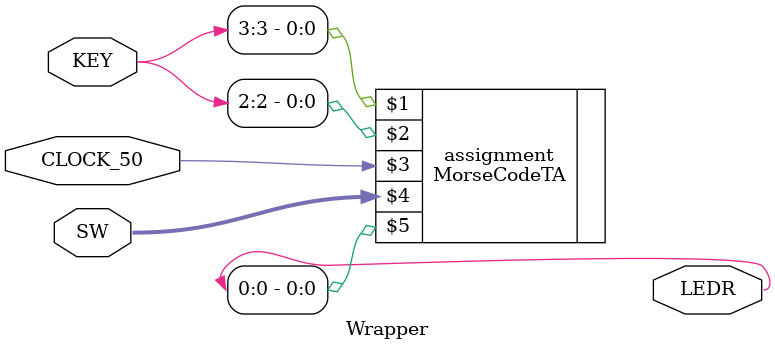
<source format=v>
module Wrapper (

 

//           //////////// CLOCK //////////

//           input                                               ADC_CLK_10,

             input                                               CLOCK_50,

//           input                                               MAX10_CLK2_50,

//

//           //////////// SEG7 //////////

//           output                     [7:0]               HEX0,

//           output                     [7:0]               HEX1,

//           output                     [7:0]               HEX2,

//           output                     [7:0]               HEX3,

//           output                     [7:0]               HEX4,

//           output                     [7:0]               HEX5,

//

//           //////////// KEY //////////

              input                        [3:0]               KEY,

//

//           //////////// LED //////////

              output                       [9:0]            	LEDR,

//

//           //////////// SW //////////

              input                        [4:0]               SW

//

//           //////////// VGA //////////

//           output                     [3:0]               VGA_B,

//           output                     [3:0]               VGA_G,

//           output                                            VGA_HS,

//           output                     [3:0]               VGA_R,

//           output                                            VGA_VS,

//

//           //////////// Arduino //////////

//           inout                       [15:0]                            ARDUINO_IO,

//           inout                                               ARDUINO_RESET_N,

//

//           //////////// GPIO, GPIO connect to GPIO Default //////////

//           inout                       [35:0]                            GPIO
);

//wire [24:0] period = 25'd25000000;

//parameter Period = 25'd25000000;

//wire shift;
//
//assign shift = ~KEY[0];
//
//wire start;
//
//assign start = ~KEY[1];
//
//wire [3:0] Pattern;
//
//wire [3:0] length;
// 
// 
////half_sec_counter instance1(CLOCK_50, SW[0], Period, LEDR[7:0], LEDR[9]);
//
//PatternMux instance2(SW[2:0], Pattern, length);
//
//ShiftRegister instance3(shift, start, Pattern, LEDR[2:0], LEDR[9:8]);

MorseCodeTA assignment (KEY[3], KEY[2], CLOCK_50, SW[4:0], LEDR[0]);
endmodule
</source>
